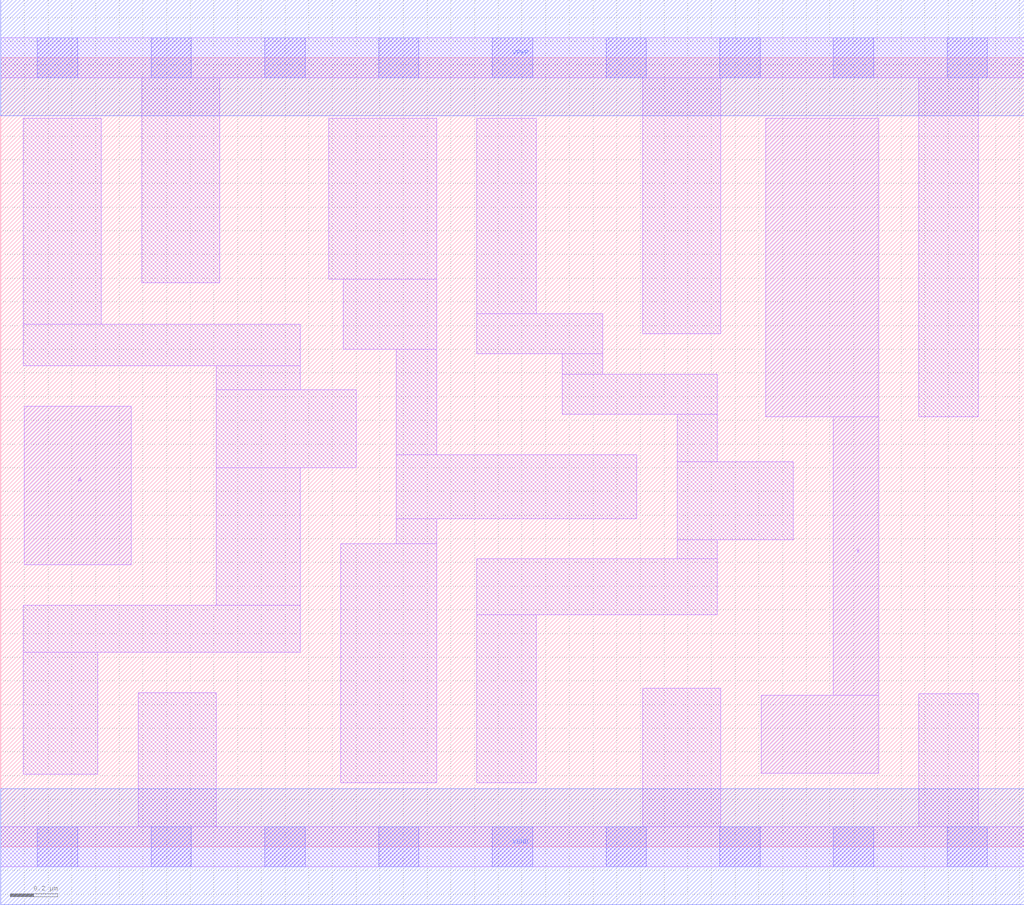
<source format=lef>
# Copyright 2020 The SkyWater PDK Authors
#
# Licensed under the Apache License, Version 2.0 (the "License");
# you may not use this file except in compliance with the License.
# You may obtain a copy of the License at
#
#     https://www.apache.org/licenses/LICENSE-2.0
#
# Unless required by applicable law or agreed to in writing, software
# distributed under the License is distributed on an "AS IS" BASIS,
# WITHOUT WARRANTIES OR CONDITIONS OF ANY KIND, either express or implied.
# See the License for the specific language governing permissions and
# limitations under the License.
#
# SPDX-License-Identifier: Apache-2.0

VERSION 5.7 ;
  NAMESCASESENSITIVE ON ;
  NOWIREEXTENSIONATPIN ON ;
  DIVIDERCHAR "/" ;
  BUSBITCHARS "[]" ;
UNITS
  DATABASE MICRONS 200 ;
END UNITS
MACRO sky130_fd_sc_lp__clkdlybuf4s15_2
  CLASS CORE ;
  FOREIGN sky130_fd_sc_lp__clkdlybuf4s15_2 ;
  ORIGIN  0.000000  0.000000 ;
  SIZE  4.320000 BY  3.330000 ;
  SYMMETRY X Y R90 ;
  SITE unit ;
  PIN A
    ANTENNAGATEAREA  0.252000 ;
    DIRECTION INPUT ;
    USE SIGNAL ;
    PORT
      LAYER li1 ;
        RECT 0.100000 1.190000 0.550000 1.860000 ;
    END
  END A
  PIN X
    ANTENNADIFFAREA  0.470400 ;
    DIRECTION OUTPUT ;
    USE SIGNAL ;
    PORT
      LAYER li1 ;
        RECT 3.210000 0.310000 3.705000 0.640000 ;
        RECT 3.230000 1.815000 3.705000 3.075000 ;
        RECT 3.515000 0.640000 3.705000 1.815000 ;
    END
  END X
  PIN VGND
    DIRECTION INOUT ;
    USE GROUND ;
    PORT
      LAYER met1 ;
        RECT 0.000000 -0.245000 4.320000 0.245000 ;
    END
  END VGND
  PIN VPWR
    DIRECTION INOUT ;
    USE POWER ;
    PORT
      LAYER met1 ;
        RECT 0.000000 3.085000 4.320000 3.575000 ;
    END
  END VPWR
  OBS
    LAYER li1 ;
      RECT 0.000000 -0.085000 4.320000 0.085000 ;
      RECT 0.000000  3.245000 4.320000 3.415000 ;
      RECT 0.095000  0.305000 0.410000 0.820000 ;
      RECT 0.095000  0.820000 1.265000 1.020000 ;
      RECT 0.095000  2.030000 1.265000 2.205000 ;
      RECT 0.095000  2.205000 0.425000 3.075000 ;
      RECT 0.580000  0.085000 0.910000 0.650000 ;
      RECT 0.595000  2.380000 0.925000 3.245000 ;
      RECT 0.910000  1.020000 1.265000 1.600000 ;
      RECT 0.910000  1.600000 1.500000 1.930000 ;
      RECT 0.910000  1.930000 1.265000 2.030000 ;
      RECT 1.385000  2.395000 1.840000 3.075000 ;
      RECT 1.435000  0.270000 1.840000 1.280000 ;
      RECT 1.445000  2.100000 1.840000 2.395000 ;
      RECT 1.670000  1.280000 1.840000 1.385000 ;
      RECT 1.670000  1.385000 2.685000 1.655000 ;
      RECT 1.670000  1.655000 1.840000 2.100000 ;
      RECT 2.010000  0.270000 2.260000 0.980000 ;
      RECT 2.010000  0.980000 3.025000 1.215000 ;
      RECT 2.010000  2.080000 2.540000 2.250000 ;
      RECT 2.010000  2.250000 2.260000 3.075000 ;
      RECT 2.370000  1.825000 3.025000 1.995000 ;
      RECT 2.370000  1.995000 2.540000 2.080000 ;
      RECT 2.710000  0.085000 3.040000 0.670000 ;
      RECT 2.710000  2.165000 3.040000 3.245000 ;
      RECT 2.855000  1.215000 3.025000 1.295000 ;
      RECT 2.855000  1.295000 3.345000 1.625000 ;
      RECT 2.855000  1.625000 3.025000 1.825000 ;
      RECT 3.875000  0.085000 4.125000 0.645000 ;
      RECT 3.875000  1.815000 4.125000 3.245000 ;
    LAYER mcon ;
      RECT 0.155000 -0.085000 0.325000 0.085000 ;
      RECT 0.155000  3.245000 0.325000 3.415000 ;
      RECT 0.635000 -0.085000 0.805000 0.085000 ;
      RECT 0.635000  3.245000 0.805000 3.415000 ;
      RECT 1.115000 -0.085000 1.285000 0.085000 ;
      RECT 1.115000  3.245000 1.285000 3.415000 ;
      RECT 1.595000 -0.085000 1.765000 0.085000 ;
      RECT 1.595000  3.245000 1.765000 3.415000 ;
      RECT 2.075000 -0.085000 2.245000 0.085000 ;
      RECT 2.075000  3.245000 2.245000 3.415000 ;
      RECT 2.555000 -0.085000 2.725000 0.085000 ;
      RECT 2.555000  3.245000 2.725000 3.415000 ;
      RECT 3.035000 -0.085000 3.205000 0.085000 ;
      RECT 3.035000  3.245000 3.205000 3.415000 ;
      RECT 3.515000 -0.085000 3.685000 0.085000 ;
      RECT 3.515000  3.245000 3.685000 3.415000 ;
      RECT 3.995000 -0.085000 4.165000 0.085000 ;
      RECT 3.995000  3.245000 4.165000 3.415000 ;
  END
END sky130_fd_sc_lp__clkdlybuf4s15_2
END LIBRARY

</source>
